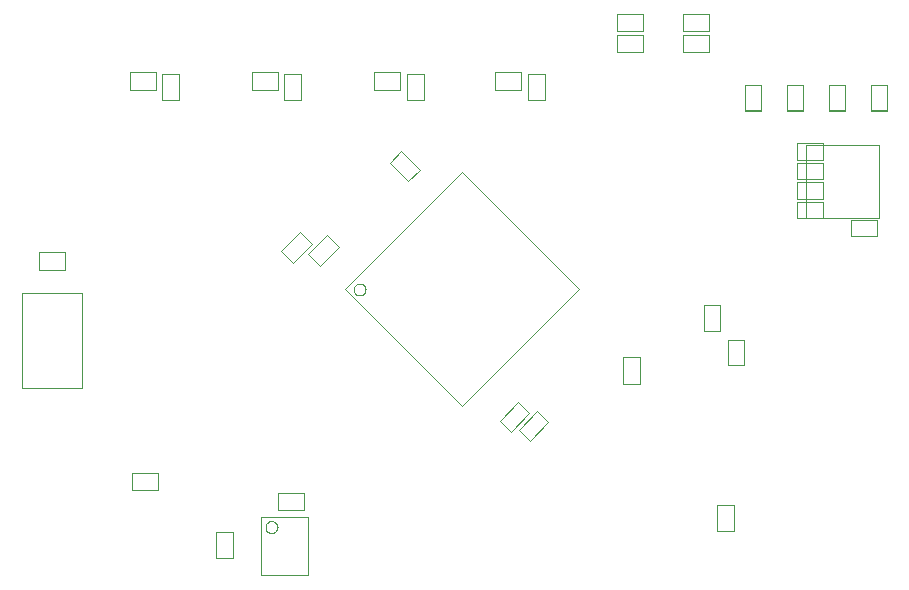
<source format=gbr>
%FSTAX23Y23*%
%MOIN*%
%SFA1B1*%

%IPPOS*%
%ADD66C,0.004000*%
%LNtemperature_monitor_&_display_mechanical_13-1*%
%LPD*%
G54D66*
X00886Y00208D02*
D01*
X00885Y00209*
X00885Y0021*
X00885Y00212*
X00885Y00213*
X00884Y00214*
X00884Y00216*
X00883Y00217*
X00882Y00218*
X00882Y00219*
X00881Y0022*
X0088Y00221*
X00879Y00222*
X00878Y00223*
X00877Y00224*
X00876Y00225*
X00874Y00225*
X00873Y00226*
X00872Y00227*
X0087Y00227*
X00869Y00227*
X00868Y00227*
X00866Y00227*
X00865*
X00863Y00227*
X00862Y00227*
X00861Y00227*
X00859Y00227*
X00858Y00226*
X00857Y00225*
X00856Y00225*
X00854Y00224*
X00853Y00223*
X00852Y00222*
X00851Y00221*
X0085Y0022*
X00849Y00219*
X00849Y00218*
X00848Y00217*
X00847Y00216*
X00847Y00214*
X00846Y00213*
X00846Y00212*
X00846Y0021*
X00846Y00209*
X00846Y00208*
X00846Y00206*
X00846Y00205*
X00846Y00203*
X00846Y00202*
X00847Y00201*
X00847Y00199*
X00848Y00198*
X00849Y00197*
X00849Y00196*
X0085Y00195*
X00851Y00194*
X00852Y00193*
X00853Y00192*
X00854Y00191*
X00856Y0019*
X00857Y0019*
X00858Y00189*
X00859Y00188*
X00861Y00188*
X00862Y00188*
X00863Y00188*
X00865Y00188*
X00866*
X00868Y00188*
X00869Y00188*
X0087Y00188*
X00872Y00188*
X00873Y00189*
X00874Y0019*
X00876Y0019*
X00877Y00191*
X00878Y00192*
X00879Y00193*
X0088Y00194*
X00881Y00195*
X00882Y00196*
X00882Y00197*
X00883Y00198*
X00884Y00199*
X00884Y00201*
X00885Y00202*
X00885Y00203*
X00885Y00205*
X00885Y00206*
X00886Y00208*
X0118Y01D02*
D01*
X01179Y01001*
X01179Y01002*
X01179Y01004*
X01179Y01005*
X01178Y01006*
X01178Y01008*
X01177Y01009*
X01176Y0101*
X01176Y01011*
X01175Y01012*
X01174Y01013*
X01173Y01014*
X01172Y01015*
X01171Y01016*
X0117Y01017*
X01168Y01017*
X01167Y01018*
X01166Y01019*
X01164Y01019*
X01163Y01019*
X01162Y01019*
X0116Y01019*
X01159*
X01157Y01019*
X01156Y01019*
X01155Y01019*
X01153Y01019*
X01152Y01018*
X01151Y01017*
X0115Y01017*
X01148Y01016*
X01147Y01015*
X01146Y01014*
X01145Y01013*
X01144Y01012*
X01143Y01011*
X01143Y0101*
X01142Y01009*
X01141Y01008*
X01141Y01006*
X0114Y01005*
X0114Y01004*
X0114Y01002*
X0114Y01001*
X0114Y01*
X0114Y00998*
X0114Y00997*
X0114Y00995*
X0114Y00994*
X01141Y00993*
X01141Y00991*
X01142Y0099*
X01143Y00989*
X01143Y00988*
X01144Y00987*
X01145Y00986*
X01146Y00985*
X01147Y00984*
X01148Y00983*
X0115Y00982*
X01151Y00982*
X01152Y00981*
X01153Y0098*
X01155Y0098*
X01156Y0098*
X01157Y0098*
X01159Y0098*
X0116*
X01162Y0098*
X01163Y0098*
X01164Y0098*
X01166Y0098*
X01167Y00981*
X01168Y00982*
X0117Y00982*
X01171Y00983*
X01172Y00984*
X01173Y00985*
X01174Y00986*
X01175Y00987*
X01176Y00988*
X01176Y00989*
X01177Y0099*
X01178Y00991*
X01178Y00993*
X01179Y00994*
X01179Y00995*
X01179Y00997*
X01179Y00998*
X0118Y01*
X00975Y00266D02*
Y00323D01*
X00888Y00266D02*
Y00323D01*
X00975*
X00888Y00266D02*
X00975D01*
X00402Y00332D02*
Y00388D01*
X00488Y00332D02*
Y00388D01*
X00402D02*
X00488D01*
X00402Y00332D02*
X00488D01*
X00831Y00047D02*
X00989D01*
X00831Y00243D02*
X00989D01*
Y00047D02*
Y00243D01*
X00831Y00047D02*
Y00243D01*
X02237Y01793D02*
X02323D01*
X02237Y01847D02*
X02323D01*
X02237Y01793D02*
Y01847D01*
X02323Y01793D02*
Y01847D01*
X02237Y01863D02*
Y01917D01*
X02323Y01863D02*
Y01917D01*
X02237Y01863D02*
X02323D01*
X02237Y01917D02*
X02323D01*
X02017Y01793D02*
Y01847D01*
X02103Y01793D02*
Y01847D01*
X02017Y01793D02*
X02103D01*
X02017Y01847D02*
X02103D01*
X02017Y01863D02*
Y01917D01*
X02103Y01863D02*
Y01917D01*
X02017Y01863D02*
X02103D01*
X02017Y01917D02*
X02103D01*
X01722Y01633D02*
X01778D01*
X01722Y01719D02*
X01778D01*
Y01633D02*
Y01719D01*
X01722Y01633D02*
Y01719D01*
X01611Y01666D02*
Y01724D01*
X01699Y01666D02*
Y01724D01*
X01611Y01666D02*
X01699D01*
X01611Y01724D02*
X01699D01*
X01206Y01666D02*
Y01724D01*
X01294Y01666D02*
Y01724D01*
X01206Y01666D02*
X01294D01*
X01206Y01724D02*
X01294D01*
X01317Y01631D02*
X01373D01*
X01317Y01718D02*
X01373D01*
Y01631D02*
Y01718D01*
X01317Y01631D02*
Y01718D01*
X00482Y01666D02*
Y01724D01*
X00395Y01666D02*
Y01724D01*
X00482*
X00395Y01666D02*
X00482D01*
X00889D02*
Y01724D01*
X00801Y01666D02*
Y01724D01*
X00889*
X00801Y01666D02*
X00889D01*
X00907Y01632D02*
X00963D01*
X00907Y01718D02*
X00963D01*
Y01632D02*
Y01718D01*
X00907Y01632D02*
Y01718D01*
X00502Y01632D02*
X00558D01*
X00502Y01718D02*
X00558D01*
Y01632D02*
Y01718D01*
X00502D02*
Y01632D01*
X02883Y01178D02*
Y01232D01*
X02797Y01178D02*
Y01232D01*
X02883*
X02797Y01178D02*
X02883D01*
X02617Y01238D02*
X02703D01*
X02617Y01292D02*
X02703D01*
X02617Y01238D02*
Y01292D01*
X02703Y01238D02*
Y01292D01*
X02617Y01303D02*
X02703D01*
X02617Y01357D02*
X02703D01*
X02617Y01303D02*
Y01357D01*
X02703Y01303D02*
Y01357D01*
X02617Y01368D02*
X02703D01*
X02617Y01422D02*
X02703D01*
X02617Y01368D02*
Y01422D01*
X02703Y01368D02*
Y01422D01*
X02617Y01433D02*
X02703D01*
X02617Y01487D02*
X02703D01*
X02617Y01433D02*
Y01487D01*
X02703Y01433D02*
Y01487D01*
X00738Y00105D02*
Y00192D01*
X00681Y00105D02*
Y00192D01*
X00738*
X00681Y00105D02*
X00738D01*
X00035Y00673D02*
X00235D01*
X00035D02*
Y00987D01*
X00235*
Y00673D02*
Y00987D01*
X02308Y00862D02*
X02362D01*
X02308Y00948D02*
X02362D01*
X02308Y00862D02*
Y00948D01*
X02362Y00862D02*
Y00948D01*
X02094Y00686D02*
Y00774D01*
X02036Y00686D02*
Y00774D01*
X02094*
X02036Y00686D02*
X02094D01*
X01728Y00496D02*
X01789Y00557D01*
X01691Y00533D02*
X01752Y00594D01*
X01789Y00557*
X01691Y00533D02*
X01728Y00496D01*
X01663Y00526D02*
X01724Y00587D01*
X01626Y00563D02*
X01687Y00624D01*
X01724Y00587*
X01626Y00563D02*
X01663Y00526D01*
X02351Y00195D02*
X02409D01*
X02351Y00282D02*
X02409D01*
X02351Y00195D02*
Y00282D01*
X02409Y00195D02*
Y00282D01*
X01321Y0136D02*
X0136Y01399D01*
X0126Y01421D02*
X01299Y0146D01*
X0126Y01421D02*
X01321Y0136D01*
X01299Y0146D02*
X0136Y01399D01*
X00899Y01129D02*
X00961Y01191D01*
X00939Y01089D02*
X01001Y01151D01*
X00899Y01129D02*
X00939Y01089D01*
X00961Y01191D02*
X01001Y01151D01*
X01029Y01079D02*
X01091Y01141D01*
X00989Y01119D02*
X01051Y01181D01*
X01091Y01141*
X00989Y01119D02*
X01029Y01079D01*
X00091Y01066D02*
X00179D01*
X00091Y01124D02*
X00179D01*
Y01066D02*
Y01124D01*
X00091Y01066D02*
Y01124D01*
X02388Y00833D02*
X02442D01*
X02388Y00747D02*
X02442D01*
Y00833*
X02388Y00747D02*
Y00833D01*
X02497Y01595D02*
Y01682D01*
X02443Y01595D02*
Y01682D01*
Y01595D02*
X02497D01*
X02443Y01682D02*
X02497D01*
X02863D02*
X02917D01*
X02863Y01595D02*
X02917D01*
X02863D02*
Y01682D01*
X02917Y01595D02*
Y01682D01*
X02723D02*
X02777D01*
X02723Y01595D02*
X02777D01*
X02723D02*
Y01682D01*
X02777Y01595D02*
Y01682D01*
X02583D02*
X02637D01*
X02583Y01595D02*
X02637D01*
X02583D02*
Y01682D01*
X02637Y01595D02*
Y01682D01*
X02648Y01238D02*
Y01482D01*
Y01238D02*
X02892D01*
X02648Y01482D02*
X02892D01*
Y01238D02*
Y01482D01*
X02863Y01681D02*
X02917D01*
X02863Y01599D02*
X02917D01*
Y01681*
X02863Y01599D02*
Y01681D01*
X02723D02*
X02777D01*
X02723Y01599D02*
X02777D01*
Y01681*
X02723Y01599D02*
Y01681D01*
X02583Y0168D02*
X02637D01*
X02583Y01597D02*
X02637D01*
Y0168*
X02583Y01597D02*
Y0168D01*
X02443D02*
X02497D01*
X02443Y01597D02*
X02497D01*
Y0168*
X02443Y01597D02*
Y0168D01*
X015Y0061D02*
X0189Y01D01*
X0111D02*
X015Y0139D01*
X0189Y01*
X0111D02*
X015Y0061D01*
M02*
</source>
